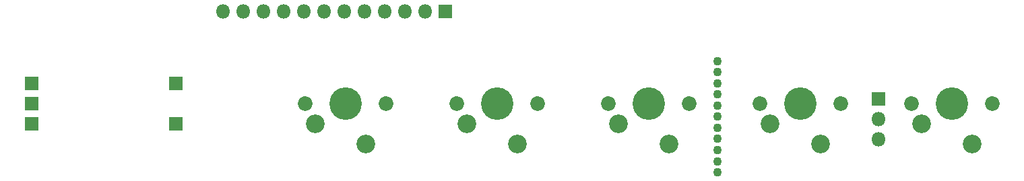
<source format=gbr>
%TF.GenerationSoftware,KiCad,Pcbnew,(5.1.6)-1*%
%TF.CreationDate,2022-01-12T10:05:38-06:00*%
%TF.ProjectId,Pikatea Macropad FK1,50696b61-7465-4612-904d-6163726f7061,rev?*%
%TF.SameCoordinates,Original*%
%TF.FileFunction,Soldermask,Top*%
%TF.FilePolarity,Negative*%
%FSLAX46Y46*%
G04 Gerber Fmt 4.6, Leading zero omitted, Abs format (unit mm)*
G04 Created by KiCad (PCBNEW (5.1.6)-1) date 2022-01-12 10:05:38*
%MOMM*%
%LPD*%
G01*
G04 APERTURE LIST*
%ADD10C,2.350000*%
%ADD11C,4.087800*%
%ADD12C,1.850000*%
%ADD13O,1.800000X1.800000*%
%ADD14R,1.800000X1.800000*%
%ADD15C,1.100000*%
G04 APERTURE END LIST*
D10*
%TO.C,MX5*%
X209590000Y-110000000D03*
D11*
X207050000Y-104920000D03*
D10*
X203240000Y-107460000D03*
D12*
X201970000Y-104920000D03*
X212130000Y-104920000D03*
%TD*%
D10*
%TO.C,MX4*%
X190540000Y-110000000D03*
D11*
X188000000Y-104920000D03*
D10*
X184190000Y-107460000D03*
D12*
X182920000Y-104920000D03*
X193080000Y-104920000D03*
%TD*%
D10*
%TO.C,MX3*%
X171490000Y-110000000D03*
D11*
X168950000Y-104920000D03*
D10*
X165140000Y-107460000D03*
D12*
X163870000Y-104920000D03*
X174030000Y-104920000D03*
%TD*%
D10*
%TO.C,MX2*%
X152440000Y-110000000D03*
D11*
X149900000Y-104920000D03*
D10*
X146090000Y-107460000D03*
D12*
X144820000Y-104920000D03*
X154980000Y-104920000D03*
%TD*%
D10*
%TO.C,MX1*%
X133390000Y-110000000D03*
D11*
X130850000Y-104920000D03*
D10*
X127040000Y-107460000D03*
D12*
X125770000Y-104920000D03*
X135930000Y-104920000D03*
%TD*%
D13*
%TO.C,J1*%
X115443000Y-93345000D03*
X117983000Y-93345000D03*
X120523000Y-93345000D03*
X123063000Y-93345000D03*
X125603000Y-93345000D03*
X128143000Y-93345000D03*
X130683000Y-93345000D03*
X133223000Y-93345000D03*
X135763000Y-93345000D03*
X138303000Y-93345000D03*
X140843000Y-93345000D03*
D14*
X143383000Y-93345000D03*
%TD*%
D15*
%TO.C,J2*%
X177546000Y-99580000D03*
X177546000Y-113580000D03*
X177546000Y-112180000D03*
X177546000Y-110780000D03*
X177546000Y-109380000D03*
X177546000Y-107980000D03*
X177546000Y-100980000D03*
X177546000Y-102380000D03*
X177546000Y-103780000D03*
X177546000Y-105180000D03*
X177546000Y-106580000D03*
%TD*%
D13*
%TO.C,J4*%
X197760000Y-109390000D03*
X197760000Y-106850000D03*
D14*
X197760000Y-104310000D03*
%TD*%
%TO.C,SW1*%
X109450000Y-102360000D03*
X109450000Y-107440000D03*
X91350000Y-104900000D03*
X91350000Y-102360000D03*
X91350000Y-107440000D03*
%TD*%
M02*

</source>
